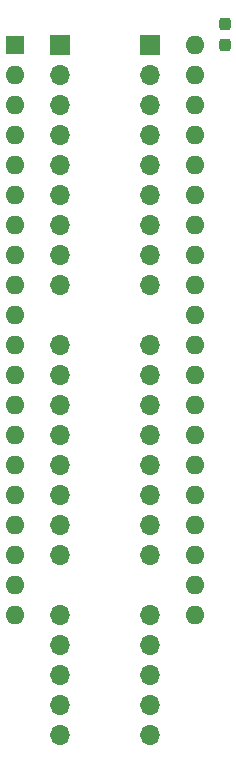
<source format=gbr>
G04 #@! TF.GenerationSoftware,KiCad,Pcbnew,8.0.4+dfsg-1*
G04 #@! TF.CreationDate,2025-03-02T09:40:53+09:00*
G04 #@! TF.ProjectId,bionic-cdp1802,62696f6e-6963-42d6-9364-70313830322e,8*
G04 #@! TF.SameCoordinates,Original*
G04 #@! TF.FileFunction,Soldermask,Bot*
G04 #@! TF.FilePolarity,Negative*
%FSLAX46Y46*%
G04 Gerber Fmt 4.6, Leading zero omitted, Abs format (unit mm)*
G04 Created by KiCad (PCBNEW 8.0.4+dfsg-1) date 2025-03-02 09:40:53*
%MOMM*%
%LPD*%
G01*
G04 APERTURE LIST*
G04 Aperture macros list*
%AMRoundRect*
0 Rectangle with rounded corners*
0 $1 Rounding radius*
0 $2 $3 $4 $5 $6 $7 $8 $9 X,Y pos of 4 corners*
0 Add a 4 corners polygon primitive as box body*
4,1,4,$2,$3,$4,$5,$6,$7,$8,$9,$2,$3,0*
0 Add four circle primitives for the rounded corners*
1,1,$1+$1,$2,$3*
1,1,$1+$1,$4,$5*
1,1,$1+$1,$6,$7*
1,1,$1+$1,$8,$9*
0 Add four rect primitives between the rounded corners*
20,1,$1+$1,$2,$3,$4,$5,0*
20,1,$1+$1,$4,$5,$6,$7,0*
20,1,$1+$1,$6,$7,$8,$9,0*
20,1,$1+$1,$8,$9,$2,$3,0*%
G04 Aperture macros list end*
%ADD10R,1.600000X1.600000*%
%ADD11O,1.600000X1.600000*%
%ADD12O,1.700000X1.700000*%
%ADD13R,1.700000X1.700000*%
%ADD14RoundRect,0.237500X0.237500X-0.300000X0.237500X0.300000X-0.237500X0.300000X-0.237500X-0.300000X0*%
G04 APERTURE END LIST*
D10*
X106080000Y-75080000D03*
D11*
X106080000Y-77620000D03*
X106080000Y-80160000D03*
X106080000Y-82700000D03*
X106080000Y-85240000D03*
X106080000Y-87780000D03*
X106080000Y-90320000D03*
X106080000Y-92860000D03*
X106080000Y-95400000D03*
X106080000Y-97940000D03*
X106080000Y-100480000D03*
X106080000Y-103020000D03*
X106080000Y-105560000D03*
X106080000Y-108100000D03*
X106080000Y-110640000D03*
X106080000Y-113180000D03*
X106080000Y-115720000D03*
X106080000Y-118260000D03*
X106080000Y-120800000D03*
X106080000Y-123340000D03*
X121320000Y-123340000D03*
X121320000Y-120800000D03*
X121320000Y-118260000D03*
X121320000Y-115720000D03*
X121320000Y-113180000D03*
X121320000Y-110640000D03*
X121320000Y-108100000D03*
X121320000Y-105560000D03*
X121320000Y-103020000D03*
X121320000Y-100480000D03*
X121320000Y-97940000D03*
X121320000Y-95400000D03*
X121320000Y-92860000D03*
X121320000Y-90320000D03*
X121320000Y-87780000D03*
X121320000Y-85240000D03*
X121320000Y-82700000D03*
X121320000Y-80160000D03*
X121320000Y-77620000D03*
X121320000Y-75080000D03*
D12*
X117510000Y-133500000D03*
X117510000Y-130960000D03*
X117510000Y-128420000D03*
X117510000Y-125880000D03*
X117510000Y-123340000D03*
X117510000Y-118260000D03*
X117510000Y-115720000D03*
X117510000Y-113180000D03*
X117510000Y-110640000D03*
X117510000Y-108100000D03*
X117510000Y-105560000D03*
X117510000Y-103020000D03*
X117510000Y-100480000D03*
X117510000Y-95400000D03*
X117510000Y-92860000D03*
X117510000Y-90320000D03*
X117510000Y-87780000D03*
X117510000Y-85240000D03*
X117510000Y-82700000D03*
X117510000Y-80160000D03*
X117510000Y-77620000D03*
D13*
X117510000Y-75080000D03*
X109890000Y-75080000D03*
D12*
X109890000Y-77620000D03*
X109890000Y-80160000D03*
X109890000Y-82700000D03*
X109890000Y-85240000D03*
X109890000Y-87780000D03*
X109890000Y-90320000D03*
X109890000Y-92860000D03*
X109890000Y-95400000D03*
X109890000Y-100480000D03*
X109890000Y-103020000D03*
X109890000Y-105560000D03*
X109890000Y-108100000D03*
X109890000Y-110640000D03*
X109890000Y-113180000D03*
X109890000Y-115720000D03*
X109890000Y-118260000D03*
X109890000Y-123340000D03*
X109890000Y-125880000D03*
X109890000Y-128420000D03*
X109890000Y-130960000D03*
X109890000Y-133500000D03*
D14*
X123860000Y-75078900D03*
X123860000Y-73353900D03*
M02*

</source>
